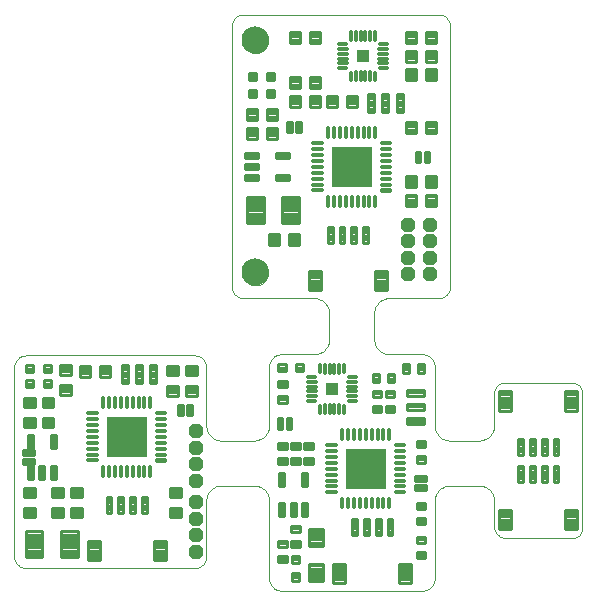
<source format=gts>
G75*
%MOIN*%
%OFA0B0*%
%FSLAX24Y24*%
%IPPOS*%
%LPD*%
%AMOC8*
5,1,8,0,0,1.08239X$1,22.5*
%
%ADD10C,0.0000*%
%ADD11R,0.1375X0.1375*%
%ADD12C,0.0906*%
%ADD13C,0.0116*%
%ADD14C,0.0108*%
%ADD15C,0.0107*%
%ADD16C,0.0114*%
%ADD17C,0.0108*%
%ADD18C,0.0118*%
%ADD19C,0.0120*%
%ADD20C,0.0138*%
%ADD21C,0.0138*%
%ADD22C,0.0114*%
%ADD23OC8,0.0480*%
%ADD24C,0.0106*%
%ADD25C,0.0123*%
%ADD26C,0.0119*%
%ADD27R,0.0394X0.0394*%
D10*
X000794Y001150D02*
X006412Y001150D01*
X006451Y001152D01*
X006489Y001158D01*
X006526Y001167D01*
X006563Y001180D01*
X006598Y001197D01*
X006631Y001216D01*
X006662Y001239D01*
X006691Y001265D01*
X006717Y001294D01*
X006740Y001325D01*
X006759Y001358D01*
X006776Y001393D01*
X006789Y001430D01*
X006798Y001467D01*
X006804Y001505D01*
X006806Y001544D01*
X006806Y003400D01*
X006808Y003444D01*
X006814Y003487D01*
X006823Y003530D01*
X006836Y003571D01*
X006853Y003612D01*
X006873Y003650D01*
X006897Y003687D01*
X006923Y003722D01*
X006953Y003754D01*
X006985Y003783D01*
X007020Y003810D01*
X007056Y003833D01*
X007095Y003853D01*
X007135Y003870D01*
X007177Y003883D01*
X007220Y003892D01*
X007263Y003898D01*
X007306Y003900D01*
X008369Y003900D01*
X008368Y003900D02*
X008411Y003899D01*
X008453Y003895D01*
X008495Y003888D01*
X008537Y003877D01*
X008577Y003863D01*
X008616Y003845D01*
X008653Y003824D01*
X008688Y003801D01*
X008722Y003774D01*
X008753Y003745D01*
X008781Y003713D01*
X008807Y003679D01*
X008830Y003643D01*
X008850Y003605D01*
X008867Y003566D01*
X008880Y003526D01*
X008890Y003484D01*
X008897Y003442D01*
X008900Y003400D01*
X008900Y000794D01*
X008902Y000755D01*
X008908Y000717D01*
X008917Y000680D01*
X008930Y000643D01*
X008947Y000608D01*
X008966Y000575D01*
X008989Y000544D01*
X009015Y000515D01*
X009044Y000489D01*
X009075Y000466D01*
X009108Y000447D01*
X009143Y000430D01*
X009180Y000417D01*
X009217Y000408D01*
X009255Y000402D01*
X009294Y000400D01*
X014018Y000400D01*
X014057Y000402D01*
X014095Y000408D01*
X014132Y000417D01*
X014169Y000430D01*
X014204Y000447D01*
X014237Y000466D01*
X014268Y000489D01*
X014297Y000515D01*
X014323Y000544D01*
X014346Y000575D01*
X014365Y000608D01*
X014382Y000643D01*
X014395Y000680D01*
X014404Y000717D01*
X014410Y000755D01*
X014412Y000794D01*
X014412Y003400D01*
X014415Y003444D01*
X014422Y003488D01*
X014432Y003531D01*
X014446Y003574D01*
X014464Y003614D01*
X014485Y003653D01*
X014510Y003690D01*
X014538Y003725D01*
X014568Y003757D01*
X014602Y003787D01*
X014637Y003813D01*
X014675Y003836D01*
X014715Y003856D01*
X014757Y003872D01*
X014799Y003885D01*
X014843Y003894D01*
X014887Y003899D01*
X014932Y003900D01*
X014931Y003900D02*
X015869Y003900D01*
X015868Y003900D02*
X015911Y003899D01*
X015953Y003895D01*
X015995Y003888D01*
X016037Y003877D01*
X016077Y003863D01*
X016116Y003845D01*
X016153Y003824D01*
X016188Y003801D01*
X016222Y003774D01*
X016253Y003745D01*
X016281Y003713D01*
X016307Y003679D01*
X016330Y003643D01*
X016350Y003605D01*
X016367Y003566D01*
X016380Y003526D01*
X016390Y003484D01*
X016397Y003442D01*
X016400Y003400D01*
X016400Y002544D01*
X016402Y002505D01*
X016408Y002467D01*
X016417Y002430D01*
X016430Y002393D01*
X016447Y002358D01*
X016466Y002325D01*
X016489Y002294D01*
X016515Y002265D01*
X016544Y002239D01*
X016575Y002216D01*
X016608Y002197D01*
X016643Y002180D01*
X016680Y002167D01*
X016717Y002158D01*
X016755Y002152D01*
X016794Y002150D01*
X019006Y002150D01*
X019018Y002150D01*
X019006Y002150D02*
X019041Y002152D01*
X019075Y002157D01*
X019108Y002166D01*
X019141Y002179D01*
X019172Y002194D01*
X019201Y002213D01*
X019227Y002235D01*
X019252Y002260D01*
X019274Y002286D01*
X019293Y002315D01*
X019308Y002346D01*
X019321Y002379D01*
X019330Y002412D01*
X019335Y002446D01*
X019337Y002481D01*
X019337Y006999D01*
X019335Y007034D01*
X019330Y007068D01*
X019321Y007101D01*
X019308Y007134D01*
X019293Y007165D01*
X019274Y007194D01*
X019252Y007220D01*
X019227Y007245D01*
X019201Y007267D01*
X019172Y007286D01*
X019141Y007301D01*
X019108Y007314D01*
X019075Y007323D01*
X019041Y007328D01*
X019006Y007330D01*
X016731Y007330D01*
X016696Y007328D01*
X016662Y007323D01*
X016629Y007314D01*
X016596Y007301D01*
X016566Y007286D01*
X016536Y007267D01*
X016510Y007245D01*
X016485Y007220D01*
X016463Y007194D01*
X016444Y007165D01*
X016429Y007134D01*
X016416Y007101D01*
X016407Y007068D01*
X016402Y007034D01*
X016400Y006999D01*
X016400Y005900D01*
X016397Y005858D01*
X016390Y005816D01*
X016380Y005774D01*
X016367Y005734D01*
X016350Y005695D01*
X016330Y005657D01*
X016307Y005621D01*
X016281Y005587D01*
X016253Y005555D01*
X016222Y005526D01*
X016188Y005499D01*
X016153Y005476D01*
X016116Y005455D01*
X016077Y005437D01*
X016037Y005423D01*
X015995Y005412D01*
X015953Y005405D01*
X015911Y005401D01*
X015868Y005400D01*
X015869Y005400D02*
X014931Y005400D01*
X014932Y005400D02*
X014887Y005401D01*
X014843Y005406D01*
X014799Y005415D01*
X014757Y005428D01*
X014715Y005444D01*
X014675Y005464D01*
X014637Y005487D01*
X014602Y005513D01*
X014568Y005543D01*
X014538Y005575D01*
X014510Y005610D01*
X014485Y005647D01*
X014464Y005686D01*
X014446Y005726D01*
X014432Y005769D01*
X014422Y005812D01*
X014415Y005856D01*
X014412Y005900D01*
X014412Y007880D01*
X014410Y007919D01*
X014404Y007957D01*
X014395Y007994D01*
X014382Y008031D01*
X014365Y008066D01*
X014346Y008099D01*
X014323Y008130D01*
X014297Y008159D01*
X014268Y008185D01*
X014237Y008208D01*
X014204Y008227D01*
X014169Y008244D01*
X014132Y008257D01*
X014095Y008266D01*
X014057Y008272D01*
X014018Y008274D01*
X012900Y008274D01*
X012857Y008277D01*
X012815Y008284D01*
X012774Y008294D01*
X012733Y008307D01*
X012694Y008324D01*
X012656Y008344D01*
X012620Y008367D01*
X012587Y008393D01*
X012555Y008421D01*
X012526Y008453D01*
X012499Y008486D01*
X012475Y008521D01*
X012455Y008559D01*
X012437Y008598D01*
X012423Y008638D01*
X012412Y008679D01*
X012405Y008721D01*
X012401Y008763D01*
X012400Y008806D01*
X012400Y009619D01*
X012400Y009618D02*
X012401Y009663D01*
X012405Y009708D01*
X012414Y009752D01*
X012426Y009796D01*
X012442Y009838D01*
X012462Y009878D01*
X012485Y009917D01*
X012511Y009954D01*
X012540Y009988D01*
X012573Y010019D01*
X012607Y010048D01*
X012645Y010073D01*
X012684Y010095D01*
X012725Y010113D01*
X012767Y010128D01*
X012811Y010139D01*
X012855Y010146D01*
X012900Y010150D01*
X014537Y010150D01*
X014576Y010152D01*
X014614Y010158D01*
X014651Y010167D01*
X014688Y010180D01*
X014723Y010197D01*
X014756Y010216D01*
X014787Y010239D01*
X014816Y010265D01*
X014842Y010294D01*
X014865Y010325D01*
X014884Y010358D01*
X014901Y010393D01*
X014914Y010430D01*
X014923Y010467D01*
X014929Y010505D01*
X014931Y010544D01*
X014931Y019218D01*
X014930Y019218D02*
X014927Y019256D01*
X014921Y019294D01*
X014911Y019330D01*
X014898Y019366D01*
X014881Y019400D01*
X014861Y019432D01*
X014838Y019462D01*
X014812Y019490D01*
X014784Y019515D01*
X014753Y019537D01*
X014720Y019556D01*
X014685Y019572D01*
X014649Y019584D01*
X014612Y019593D01*
X014575Y019598D01*
X014537Y019599D01*
X008044Y019599D01*
X008043Y019599D02*
X008005Y019598D01*
X007968Y019593D01*
X007931Y019584D01*
X007895Y019572D01*
X007860Y019556D01*
X007827Y019537D01*
X007796Y019515D01*
X007768Y019490D01*
X007742Y019462D01*
X007719Y019432D01*
X007699Y019400D01*
X007682Y019366D01*
X007669Y019330D01*
X007659Y019294D01*
X007653Y019256D01*
X007650Y019218D01*
X007650Y010544D01*
X007652Y010505D01*
X007658Y010467D01*
X007667Y010430D01*
X007680Y010393D01*
X007697Y010358D01*
X007716Y010325D01*
X007739Y010294D01*
X007765Y010265D01*
X007794Y010239D01*
X007825Y010216D01*
X007858Y010197D01*
X007893Y010180D01*
X007930Y010167D01*
X007967Y010158D01*
X008005Y010152D01*
X008044Y010150D01*
X010400Y010150D01*
X010442Y010147D01*
X010484Y010140D01*
X010526Y010130D01*
X010566Y010117D01*
X010605Y010100D01*
X010643Y010080D01*
X010679Y010057D01*
X010713Y010031D01*
X010745Y010003D01*
X010774Y009972D01*
X010801Y009938D01*
X010824Y009903D01*
X010845Y009866D01*
X010863Y009827D01*
X010877Y009787D01*
X010888Y009745D01*
X010895Y009703D01*
X010899Y009661D01*
X010900Y009618D01*
X010900Y009619D02*
X010900Y008806D01*
X010899Y008763D01*
X010895Y008721D01*
X010888Y008679D01*
X010877Y008638D01*
X010863Y008598D01*
X010845Y008559D01*
X010825Y008521D01*
X010801Y008486D01*
X010774Y008453D01*
X010745Y008421D01*
X010713Y008393D01*
X010680Y008367D01*
X010644Y008344D01*
X010606Y008324D01*
X010567Y008307D01*
X010526Y008294D01*
X010485Y008284D01*
X010443Y008277D01*
X010400Y008274D01*
X009294Y008274D01*
X009255Y008272D01*
X009217Y008266D01*
X009180Y008257D01*
X009143Y008244D01*
X009108Y008227D01*
X009075Y008208D01*
X009044Y008185D01*
X009015Y008159D01*
X008989Y008130D01*
X008966Y008099D01*
X008947Y008066D01*
X008930Y008031D01*
X008917Y007994D01*
X008908Y007957D01*
X008902Y007919D01*
X008900Y007880D01*
X008900Y005900D01*
X008897Y005858D01*
X008890Y005816D01*
X008880Y005774D01*
X008867Y005734D01*
X008850Y005695D01*
X008830Y005657D01*
X008807Y005621D01*
X008781Y005587D01*
X008753Y005555D01*
X008722Y005526D01*
X008688Y005499D01*
X008653Y005476D01*
X008616Y005455D01*
X008577Y005437D01*
X008537Y005423D01*
X008495Y005412D01*
X008453Y005405D01*
X008411Y005401D01*
X008368Y005400D01*
X008369Y005400D02*
X007306Y005400D01*
X007263Y005402D01*
X007220Y005408D01*
X007177Y005417D01*
X007135Y005430D01*
X007095Y005447D01*
X007056Y005467D01*
X007020Y005490D01*
X006985Y005517D01*
X006953Y005546D01*
X006923Y005578D01*
X006897Y005613D01*
X006873Y005650D01*
X006853Y005688D01*
X006836Y005729D01*
X006823Y005770D01*
X006814Y005813D01*
X006808Y005856D01*
X006806Y005900D01*
X006806Y007843D01*
X006804Y007882D01*
X006798Y007920D01*
X006789Y007957D01*
X006776Y007994D01*
X006759Y008029D01*
X006740Y008062D01*
X006717Y008093D01*
X006691Y008122D01*
X006662Y008148D01*
X006631Y008171D01*
X006598Y008190D01*
X006563Y008207D01*
X006526Y008220D01*
X006489Y008229D01*
X006451Y008235D01*
X006412Y008237D01*
X000794Y008237D01*
X000755Y008235D01*
X000717Y008229D01*
X000680Y008220D01*
X000643Y008207D01*
X000608Y008190D01*
X000575Y008171D01*
X000544Y008148D01*
X000515Y008122D01*
X000489Y008093D01*
X000466Y008062D01*
X000447Y008029D01*
X000430Y007994D01*
X000417Y007957D01*
X000408Y007920D01*
X000402Y007882D01*
X000400Y007843D01*
X000400Y001544D01*
X000402Y001505D01*
X000408Y001467D01*
X000417Y001430D01*
X000430Y001393D01*
X000447Y001358D01*
X000466Y001325D01*
X000489Y001294D01*
X000515Y001265D01*
X000544Y001239D01*
X000575Y001216D01*
X000608Y001197D01*
X000643Y001180D01*
X000680Y001167D01*
X000717Y001158D01*
X000755Y001152D01*
X000794Y001150D01*
X008900Y007880D02*
X008900Y007900D01*
X008004Y011006D02*
X008006Y011047D01*
X008012Y011088D01*
X008022Y011128D01*
X008035Y011167D01*
X008052Y011204D01*
X008073Y011240D01*
X008097Y011274D01*
X008124Y011305D01*
X008153Y011333D01*
X008186Y011359D01*
X008220Y011381D01*
X008257Y011400D01*
X008295Y011415D01*
X008335Y011427D01*
X008375Y011435D01*
X008416Y011439D01*
X008458Y011439D01*
X008499Y011435D01*
X008539Y011427D01*
X008579Y011415D01*
X008617Y011400D01*
X008653Y011381D01*
X008688Y011359D01*
X008721Y011333D01*
X008750Y011305D01*
X008777Y011274D01*
X008801Y011240D01*
X008822Y011204D01*
X008839Y011167D01*
X008852Y011128D01*
X008862Y011088D01*
X008868Y011047D01*
X008870Y011006D01*
X008868Y010965D01*
X008862Y010924D01*
X008852Y010884D01*
X008839Y010845D01*
X008822Y010808D01*
X008801Y010772D01*
X008777Y010738D01*
X008750Y010707D01*
X008721Y010679D01*
X008688Y010653D01*
X008654Y010631D01*
X008617Y010612D01*
X008579Y010597D01*
X008539Y010585D01*
X008499Y010577D01*
X008458Y010573D01*
X008416Y010573D01*
X008375Y010577D01*
X008335Y010585D01*
X008295Y010597D01*
X008257Y010612D01*
X008221Y010631D01*
X008186Y010653D01*
X008153Y010679D01*
X008124Y010707D01*
X008097Y010738D01*
X008073Y010772D01*
X008052Y010808D01*
X008035Y010845D01*
X008022Y010884D01*
X008012Y010924D01*
X008006Y010965D01*
X008004Y011006D01*
X008004Y018755D02*
X008006Y018796D01*
X008012Y018837D01*
X008022Y018877D01*
X008035Y018916D01*
X008052Y018953D01*
X008073Y018989D01*
X008097Y019023D01*
X008124Y019054D01*
X008153Y019082D01*
X008186Y019108D01*
X008220Y019130D01*
X008257Y019149D01*
X008295Y019164D01*
X008335Y019176D01*
X008375Y019184D01*
X008416Y019188D01*
X008458Y019188D01*
X008499Y019184D01*
X008539Y019176D01*
X008579Y019164D01*
X008617Y019149D01*
X008653Y019130D01*
X008688Y019108D01*
X008721Y019082D01*
X008750Y019054D01*
X008777Y019023D01*
X008801Y018989D01*
X008822Y018953D01*
X008839Y018916D01*
X008852Y018877D01*
X008862Y018837D01*
X008868Y018796D01*
X008870Y018755D01*
X008868Y018714D01*
X008862Y018673D01*
X008852Y018633D01*
X008839Y018594D01*
X008822Y018557D01*
X008801Y018521D01*
X008777Y018487D01*
X008750Y018456D01*
X008721Y018428D01*
X008688Y018402D01*
X008654Y018380D01*
X008617Y018361D01*
X008579Y018346D01*
X008539Y018334D01*
X008499Y018326D01*
X008458Y018322D01*
X008416Y018322D01*
X008375Y018326D01*
X008335Y018334D01*
X008295Y018346D01*
X008257Y018361D01*
X008221Y018380D01*
X008186Y018402D01*
X008153Y018428D01*
X008124Y018456D01*
X008097Y018487D01*
X008073Y018521D01*
X008052Y018557D01*
X008035Y018594D01*
X008022Y018633D01*
X008012Y018673D01*
X008006Y018714D01*
X008004Y018755D01*
D11*
X011650Y014525D03*
X004150Y005525D03*
X012119Y004463D03*
D12*
X008437Y011006D03*
X008437Y018755D03*
D13*
X010854Y011992D02*
X011014Y011992D01*
X010854Y011992D02*
X010854Y012526D01*
X011014Y012526D01*
X011014Y011992D01*
X011014Y012107D02*
X010854Y012107D01*
X010854Y012222D02*
X011014Y012222D01*
X011014Y012337D02*
X010854Y012337D01*
X010854Y012452D02*
X011014Y012452D01*
X011248Y011992D02*
X011408Y011992D01*
X011248Y011992D02*
X011248Y012526D01*
X011408Y012526D01*
X011408Y011992D01*
X011408Y012107D02*
X011248Y012107D01*
X011248Y012222D02*
X011408Y012222D01*
X011408Y012337D02*
X011248Y012337D01*
X011248Y012452D02*
X011408Y012452D01*
X011642Y011992D02*
X011802Y011992D01*
X011642Y011992D02*
X011642Y012526D01*
X011802Y012526D01*
X011802Y011992D01*
X011802Y012107D02*
X011642Y012107D01*
X011642Y012222D02*
X011802Y012222D01*
X011802Y012337D02*
X011642Y012337D01*
X011642Y012452D02*
X011802Y012452D01*
X012036Y011992D02*
X012196Y011992D01*
X012036Y011992D02*
X012036Y012526D01*
X012196Y012526D01*
X012196Y011992D01*
X012196Y012107D02*
X012036Y012107D01*
X012036Y012222D02*
X012196Y012222D01*
X012196Y012337D02*
X012036Y012337D01*
X012036Y012452D02*
X012196Y012452D01*
X017198Y005464D02*
X017358Y005464D01*
X017358Y004930D01*
X017198Y004930D01*
X017198Y005464D01*
X017198Y005045D02*
X017358Y005045D01*
X017358Y005160D02*
X017198Y005160D01*
X017198Y005275D02*
X017358Y005275D01*
X017358Y005390D02*
X017198Y005390D01*
X017592Y005464D02*
X017752Y005464D01*
X017752Y004930D01*
X017592Y004930D01*
X017592Y005464D01*
X017592Y005045D02*
X017752Y005045D01*
X017752Y005160D02*
X017592Y005160D01*
X017592Y005275D02*
X017752Y005275D01*
X017752Y005390D02*
X017592Y005390D01*
X017986Y005464D02*
X018146Y005464D01*
X018146Y004930D01*
X017986Y004930D01*
X017986Y005464D01*
X017986Y005045D02*
X018146Y005045D01*
X018146Y005160D02*
X017986Y005160D01*
X017986Y005275D02*
X018146Y005275D01*
X018146Y005390D02*
X017986Y005390D01*
X018379Y005464D02*
X018539Y005464D01*
X018539Y004930D01*
X018379Y004930D01*
X018379Y005464D01*
X018379Y005045D02*
X018539Y005045D01*
X018539Y005160D02*
X018379Y005160D01*
X018379Y005275D02*
X018539Y005275D01*
X018539Y005390D02*
X018379Y005390D01*
X018379Y004023D02*
X018539Y004023D01*
X018379Y004023D02*
X018379Y004557D01*
X018539Y004557D01*
X018539Y004023D01*
X018539Y004138D02*
X018379Y004138D01*
X018379Y004253D02*
X018539Y004253D01*
X018539Y004368D02*
X018379Y004368D01*
X018379Y004483D02*
X018539Y004483D01*
X018146Y004023D02*
X017986Y004023D01*
X017986Y004557D01*
X018146Y004557D01*
X018146Y004023D01*
X018146Y004138D02*
X017986Y004138D01*
X017986Y004253D02*
X018146Y004253D01*
X018146Y004368D02*
X017986Y004368D01*
X017986Y004483D02*
X018146Y004483D01*
X017752Y004023D02*
X017592Y004023D01*
X017592Y004557D01*
X017752Y004557D01*
X017752Y004023D01*
X017752Y004138D02*
X017592Y004138D01*
X017592Y004253D02*
X017752Y004253D01*
X017752Y004368D02*
X017592Y004368D01*
X017592Y004483D02*
X017752Y004483D01*
X017358Y004023D02*
X017198Y004023D01*
X017198Y004557D01*
X017358Y004557D01*
X017358Y004023D01*
X017358Y004138D02*
X017198Y004138D01*
X017198Y004253D02*
X017358Y004253D01*
X017358Y004368D02*
X017198Y004368D01*
X017198Y004483D02*
X017358Y004483D01*
X013008Y002242D02*
X012848Y002242D01*
X012848Y002776D01*
X013008Y002776D01*
X013008Y002242D01*
X013008Y002357D02*
X012848Y002357D01*
X012848Y002472D02*
X013008Y002472D01*
X013008Y002587D02*
X012848Y002587D01*
X012848Y002702D02*
X013008Y002702D01*
X012614Y002242D02*
X012454Y002242D01*
X012454Y002776D01*
X012614Y002776D01*
X012614Y002242D01*
X012614Y002357D02*
X012454Y002357D01*
X012454Y002472D02*
X012614Y002472D01*
X012614Y002587D02*
X012454Y002587D01*
X012454Y002702D02*
X012614Y002702D01*
X012221Y002242D02*
X012061Y002242D01*
X012061Y002776D01*
X012221Y002776D01*
X012221Y002242D01*
X012221Y002357D02*
X012061Y002357D01*
X012061Y002472D02*
X012221Y002472D01*
X012221Y002587D02*
X012061Y002587D01*
X012061Y002702D02*
X012221Y002702D01*
X011827Y002242D02*
X011667Y002242D01*
X011667Y002776D01*
X011827Y002776D01*
X011827Y002242D01*
X011827Y002357D02*
X011667Y002357D01*
X011667Y002472D02*
X011827Y002472D01*
X011827Y002587D02*
X011667Y002587D01*
X011667Y002702D02*
X011827Y002702D01*
X004821Y002992D02*
X004661Y002992D01*
X004661Y003526D01*
X004821Y003526D01*
X004821Y002992D01*
X004821Y003107D02*
X004661Y003107D01*
X004661Y003222D02*
X004821Y003222D01*
X004821Y003337D02*
X004661Y003337D01*
X004661Y003452D02*
X004821Y003452D01*
X004427Y002992D02*
X004267Y002992D01*
X004267Y003526D01*
X004427Y003526D01*
X004427Y002992D01*
X004427Y003107D02*
X004267Y003107D01*
X004267Y003222D02*
X004427Y003222D01*
X004427Y003337D02*
X004267Y003337D01*
X004267Y003452D02*
X004427Y003452D01*
X004033Y002992D02*
X003873Y002992D01*
X003873Y003526D01*
X004033Y003526D01*
X004033Y002992D01*
X004033Y003107D02*
X003873Y003107D01*
X003873Y003222D02*
X004033Y003222D01*
X004033Y003337D02*
X003873Y003337D01*
X003873Y003452D02*
X004033Y003452D01*
X003639Y002992D02*
X003479Y002992D01*
X003479Y003526D01*
X003639Y003526D01*
X003639Y002992D01*
X003639Y003107D02*
X003479Y003107D01*
X003479Y003222D02*
X003639Y003222D01*
X003639Y003337D02*
X003479Y003337D01*
X003479Y003452D02*
X003639Y003452D01*
D14*
X003250Y001413D02*
X002846Y001413D01*
X002846Y002053D01*
X003250Y002053D01*
X003250Y001413D01*
X003250Y001520D02*
X002846Y001520D01*
X002846Y001627D02*
X003250Y001627D01*
X003250Y001734D02*
X002846Y001734D01*
X002846Y001841D02*
X003250Y001841D01*
X003250Y001948D02*
X002846Y001948D01*
X005050Y001413D02*
X005454Y001413D01*
X005050Y001413D02*
X005050Y002053D01*
X005454Y002053D01*
X005454Y001413D01*
X005454Y001520D02*
X005050Y001520D01*
X005050Y001627D02*
X005454Y001627D01*
X005454Y001734D02*
X005050Y001734D01*
X005050Y001841D02*
X005454Y001841D01*
X005454Y001948D02*
X005050Y001948D01*
X011033Y000663D02*
X011437Y000663D01*
X011033Y000663D02*
X011033Y001303D01*
X011437Y001303D01*
X011437Y000663D01*
X011437Y000770D02*
X011033Y000770D01*
X011033Y000877D02*
X011437Y000877D01*
X011437Y000984D02*
X011033Y000984D01*
X011033Y001091D02*
X011437Y001091D01*
X011437Y001198D02*
X011033Y001198D01*
X013238Y000663D02*
X013642Y000663D01*
X013238Y000663D02*
X013238Y001303D01*
X013642Y001303D01*
X013642Y000663D01*
X013642Y000770D02*
X013238Y000770D01*
X013238Y000877D02*
X013642Y000877D01*
X013642Y000984D02*
X013238Y000984D01*
X013238Y001091D02*
X013642Y001091D01*
X013642Y001198D02*
X013238Y001198D01*
X016564Y002444D02*
X016968Y002444D01*
X016564Y002444D02*
X016564Y003084D01*
X016968Y003084D01*
X016968Y002444D01*
X016968Y002551D02*
X016564Y002551D01*
X016564Y002658D02*
X016968Y002658D01*
X016968Y002765D02*
X016564Y002765D01*
X016564Y002872D02*
X016968Y002872D01*
X016968Y002979D02*
X016564Y002979D01*
X018769Y002444D02*
X019173Y002444D01*
X018769Y002444D02*
X018769Y003084D01*
X019173Y003084D01*
X019173Y002444D01*
X019173Y002551D02*
X018769Y002551D01*
X018769Y002658D02*
X019173Y002658D01*
X019173Y002765D02*
X018769Y002765D01*
X018769Y002872D02*
X019173Y002872D01*
X019173Y002979D02*
X018769Y002979D01*
X018769Y007043D02*
X019173Y007043D01*
X019173Y006403D01*
X018769Y006403D01*
X018769Y007043D01*
X018769Y006510D02*
X019173Y006510D01*
X019173Y006617D02*
X018769Y006617D01*
X018769Y006724D02*
X019173Y006724D01*
X019173Y006831D02*
X018769Y006831D01*
X018769Y006938D02*
X019173Y006938D01*
X016968Y007043D02*
X016564Y007043D01*
X016968Y007043D02*
X016968Y006403D01*
X016564Y006403D01*
X016564Y007043D01*
X016564Y006510D02*
X016968Y006510D01*
X016968Y006617D02*
X016564Y006617D01*
X016564Y006724D02*
X016968Y006724D01*
X016968Y006831D02*
X016564Y006831D01*
X016564Y006938D02*
X016968Y006938D01*
X012829Y010413D02*
X012425Y010413D01*
X012425Y011053D01*
X012829Y011053D01*
X012829Y010413D01*
X012829Y010520D02*
X012425Y010520D01*
X012425Y010627D02*
X012829Y010627D01*
X012829Y010734D02*
X012425Y010734D01*
X012425Y010841D02*
X012829Y010841D01*
X012829Y010948D02*
X012425Y010948D01*
X010625Y010413D02*
X010221Y010413D01*
X010221Y011053D01*
X010625Y011053D01*
X010625Y010413D01*
X010625Y010520D02*
X010221Y010520D01*
X010221Y010627D02*
X010625Y010627D01*
X010625Y010734D02*
X010221Y010734D01*
X010221Y010841D02*
X010625Y010841D01*
X010625Y010948D02*
X010221Y010948D01*
D15*
X009898Y013527D02*
X009334Y013527D01*
X009898Y013527D02*
X009898Y012649D01*
X009334Y012649D01*
X009334Y013527D01*
X009334Y012755D02*
X009898Y012755D01*
X009898Y012861D02*
X009334Y012861D01*
X009334Y012967D02*
X009898Y012967D01*
X009898Y013073D02*
X009334Y013073D01*
X009334Y013179D02*
X009898Y013179D01*
X009898Y013285D02*
X009334Y013285D01*
X009334Y013391D02*
X009898Y013391D01*
X009898Y013497D02*
X009334Y013497D01*
X008716Y012649D02*
X008152Y012649D01*
X008152Y013527D01*
X008716Y013527D01*
X008716Y012649D01*
X008716Y012755D02*
X008152Y012755D01*
X008152Y012861D02*
X008716Y012861D01*
X008716Y012967D02*
X008152Y012967D01*
X008152Y013073D02*
X008716Y013073D01*
X008716Y013179D02*
X008152Y013179D01*
X008152Y013285D02*
X008716Y013285D01*
X008716Y013391D02*
X008152Y013391D01*
X008152Y013497D02*
X008716Y013497D01*
X002523Y002402D02*
X001959Y002402D01*
X002523Y002402D02*
X002523Y001524D01*
X001959Y001524D01*
X001959Y002402D01*
X001959Y001630D02*
X002523Y001630D01*
X002523Y001736D02*
X001959Y001736D01*
X001959Y001842D02*
X002523Y001842D01*
X002523Y001948D02*
X001959Y001948D01*
X001959Y002054D02*
X002523Y002054D01*
X002523Y002160D02*
X001959Y002160D01*
X001959Y002266D02*
X002523Y002266D01*
X002523Y002372D02*
X001959Y002372D01*
X001341Y001524D02*
X000777Y001524D01*
X000777Y002402D01*
X001341Y002402D01*
X001341Y001524D01*
X001341Y001630D02*
X000777Y001630D01*
X000777Y001736D02*
X001341Y001736D01*
X001341Y001842D02*
X000777Y001842D01*
X000777Y001948D02*
X001341Y001948D01*
X001341Y002054D02*
X000777Y002054D01*
X000777Y002160D02*
X001341Y002160D01*
X001341Y002266D02*
X000777Y002266D01*
X000777Y002372D02*
X001341Y002372D01*
D16*
X001628Y007186D02*
X001628Y007426D01*
X001628Y007186D02*
X001388Y007186D01*
X001388Y007426D01*
X001628Y007426D01*
X001628Y007299D02*
X001388Y007299D01*
X001388Y007412D02*
X001628Y007412D01*
X001628Y007686D02*
X001628Y007926D01*
X001628Y007686D02*
X001388Y007686D01*
X001388Y007926D01*
X001628Y007926D01*
X001628Y007799D02*
X001388Y007799D01*
X001388Y007912D02*
X001628Y007912D01*
X001037Y007926D02*
X001037Y007686D01*
X000797Y007686D01*
X000797Y007926D01*
X001037Y007926D01*
X001037Y007799D02*
X000797Y007799D01*
X000797Y007912D02*
X001037Y007912D01*
X001037Y007426D02*
X001037Y007186D01*
X000797Y007186D01*
X000797Y007426D01*
X001037Y007426D01*
X001037Y007299D02*
X000797Y007299D01*
X000797Y007412D02*
X001037Y007412D01*
X009443Y007718D02*
X009443Y007958D01*
X009443Y007718D02*
X009203Y007718D01*
X009203Y007958D01*
X009443Y007958D01*
X009443Y007831D02*
X009203Y007831D01*
X009203Y007944D02*
X009443Y007944D01*
X010034Y007958D02*
X010034Y007718D01*
X009794Y007718D01*
X009794Y007958D01*
X010034Y007958D01*
X010034Y007831D02*
X009794Y007831D01*
X009794Y007944D02*
X010034Y007944D01*
X009895Y001565D02*
X009655Y001565D01*
X009895Y001565D02*
X009895Y001325D01*
X009655Y001325D01*
X009655Y001565D01*
X009655Y001438D02*
X009895Y001438D01*
X009895Y001551D02*
X009655Y001551D01*
X009655Y000975D02*
X009895Y000975D01*
X009895Y000735D01*
X009655Y000735D01*
X009655Y000975D01*
X009655Y000848D02*
X009895Y000848D01*
X009895Y000961D02*
X009655Y000961D01*
X008825Y016843D02*
X008825Y017083D01*
X009065Y017083D01*
X009065Y016843D01*
X008825Y016843D01*
X008825Y016956D02*
X009065Y016956D01*
X009065Y017069D02*
X008825Y017069D01*
X009065Y017405D02*
X009065Y017645D01*
X009065Y017405D02*
X008825Y017405D01*
X008825Y017645D01*
X009065Y017645D01*
X009065Y017518D02*
X008825Y017518D01*
X008825Y017631D02*
X009065Y017631D01*
X008475Y017645D02*
X008475Y017405D01*
X008235Y017405D01*
X008235Y017645D01*
X008475Y017645D01*
X008475Y017518D02*
X008235Y017518D01*
X008235Y017631D02*
X008475Y017631D01*
X008235Y017083D02*
X008235Y016843D01*
X008235Y017083D02*
X008475Y017083D01*
X008475Y016843D01*
X008235Y016843D01*
X008235Y016956D02*
X008475Y016956D01*
X008475Y017069D02*
X008235Y017069D01*
D17*
X008152Y016457D02*
X008478Y016457D01*
X008478Y016093D01*
X008152Y016093D01*
X008152Y016457D01*
X008152Y016200D02*
X008478Y016200D01*
X008478Y016307D02*
X008152Y016307D01*
X008152Y016414D02*
X008478Y016414D01*
X008822Y016457D02*
X009148Y016457D01*
X009148Y016093D01*
X008822Y016093D01*
X008822Y016457D01*
X008822Y016200D02*
X009148Y016200D01*
X009148Y016307D02*
X008822Y016307D01*
X008822Y016414D02*
X009148Y016414D01*
X009916Y016531D02*
X009916Y016895D01*
X009916Y016531D02*
X009590Y016531D01*
X009590Y016895D01*
X009916Y016895D01*
X009916Y016638D02*
X009590Y016638D01*
X009590Y016745D02*
X009916Y016745D01*
X009916Y016852D02*
X009590Y016852D01*
X009590Y017520D02*
X009916Y017520D01*
X009916Y017156D01*
X009590Y017156D01*
X009590Y017520D01*
X009590Y017263D02*
X009916Y017263D01*
X009916Y017370D02*
X009590Y017370D01*
X009590Y017477D02*
X009916Y017477D01*
X010259Y017520D02*
X010585Y017520D01*
X010585Y017156D01*
X010259Y017156D01*
X010259Y017520D01*
X010259Y017263D02*
X010585Y017263D01*
X010585Y017370D02*
X010259Y017370D01*
X010259Y017477D02*
X010585Y017477D01*
X010585Y016895D02*
X010585Y016531D01*
X010259Y016531D01*
X010259Y016895D01*
X010585Y016895D01*
X010585Y016638D02*
X010259Y016638D01*
X010259Y016745D02*
X010585Y016745D01*
X010585Y016852D02*
X010259Y016852D01*
X010840Y016895D02*
X010840Y016531D01*
X010840Y016895D02*
X011166Y016895D01*
X011166Y016531D01*
X010840Y016531D01*
X010840Y016638D02*
X011166Y016638D01*
X011166Y016745D02*
X010840Y016745D01*
X010840Y016852D02*
X011166Y016852D01*
X011509Y016895D02*
X011509Y016531D01*
X011509Y016895D02*
X011835Y016895D01*
X011835Y016531D01*
X011509Y016531D01*
X011509Y016638D02*
X011835Y016638D01*
X011835Y016745D02*
X011509Y016745D01*
X011509Y016852D02*
X011835Y016852D01*
X013791Y017406D02*
X013791Y017770D01*
X013791Y017406D02*
X013465Y017406D01*
X013465Y017770D01*
X013791Y017770D01*
X013791Y017513D02*
X013465Y017513D01*
X013465Y017620D02*
X013791Y017620D01*
X013791Y017727D02*
X013465Y017727D01*
X013791Y018031D02*
X013791Y018395D01*
X013791Y018031D02*
X013465Y018031D01*
X013465Y018395D01*
X013791Y018395D01*
X013791Y018138D02*
X013465Y018138D01*
X013465Y018245D02*
X013791Y018245D01*
X013791Y018352D02*
X013465Y018352D01*
X013791Y018656D02*
X013791Y019020D01*
X013791Y018656D02*
X013465Y018656D01*
X013465Y019020D01*
X013791Y019020D01*
X013791Y018763D02*
X013465Y018763D01*
X013465Y018870D02*
X013791Y018870D01*
X013791Y018977D02*
X013465Y018977D01*
X014460Y019020D02*
X014460Y018656D01*
X014134Y018656D01*
X014134Y019020D01*
X014460Y019020D01*
X014460Y018763D02*
X014134Y018763D01*
X014134Y018870D02*
X014460Y018870D01*
X014460Y018977D02*
X014134Y018977D01*
X014460Y018395D02*
X014460Y018031D01*
X014134Y018031D01*
X014134Y018395D01*
X014460Y018395D01*
X014460Y018138D02*
X014134Y018138D01*
X014134Y018245D02*
X014460Y018245D01*
X014460Y018352D02*
X014134Y018352D01*
X014460Y017770D02*
X014460Y017406D01*
X014134Y017406D01*
X014134Y017770D01*
X014460Y017770D01*
X014460Y017513D02*
X014134Y017513D01*
X014134Y017620D02*
X014460Y017620D01*
X014460Y017727D02*
X014134Y017727D01*
X014460Y016020D02*
X014460Y015656D01*
X014134Y015656D01*
X014134Y016020D01*
X014460Y016020D01*
X014460Y015763D02*
X014134Y015763D01*
X014134Y015870D02*
X014460Y015870D01*
X014460Y015977D02*
X014134Y015977D01*
X013791Y016020D02*
X013791Y015656D01*
X013465Y015656D01*
X013465Y016020D01*
X013791Y016020D01*
X013791Y015763D02*
X013465Y015763D01*
X013465Y015870D02*
X013791Y015870D01*
X013791Y015977D02*
X013465Y015977D01*
X013465Y014207D02*
X013791Y014207D01*
X013791Y013843D01*
X013465Y013843D01*
X013465Y014207D01*
X013465Y013950D02*
X013791Y013950D01*
X013791Y014057D02*
X013465Y014057D01*
X013465Y014164D02*
X013791Y014164D01*
X014134Y014207D02*
X014460Y014207D01*
X014460Y013843D01*
X014134Y013843D01*
X014134Y014207D01*
X014134Y013950D02*
X014460Y013950D01*
X014460Y014057D02*
X014134Y014057D01*
X014134Y014164D02*
X014460Y014164D01*
X014460Y013582D02*
X014460Y013218D01*
X014134Y013218D01*
X014134Y013582D01*
X014460Y013582D01*
X014460Y013325D02*
X014134Y013325D01*
X014134Y013432D02*
X014460Y013432D01*
X014460Y013539D02*
X014134Y013539D01*
X013791Y013582D02*
X013791Y013218D01*
X013465Y013218D01*
X013465Y013582D01*
X013791Y013582D01*
X013791Y013325D02*
X013465Y013325D01*
X013465Y013432D02*
X013791Y013432D01*
X013791Y013539D02*
X013465Y013539D01*
X009572Y012270D02*
X009572Y011906D01*
X009572Y012270D02*
X009898Y012270D01*
X009898Y011906D01*
X009572Y011906D01*
X009572Y012013D02*
X009898Y012013D01*
X009898Y012120D02*
X009572Y012120D01*
X009572Y012227D02*
X009898Y012227D01*
X008902Y012270D02*
X008902Y011906D01*
X008902Y012270D02*
X009228Y012270D01*
X009228Y011906D01*
X008902Y011906D01*
X008902Y012013D02*
X009228Y012013D01*
X009228Y012120D02*
X008902Y012120D01*
X008902Y012227D02*
X009228Y012227D01*
X008822Y015468D02*
X008822Y015832D01*
X009148Y015832D01*
X009148Y015468D01*
X008822Y015468D01*
X008822Y015575D02*
X009148Y015575D01*
X009148Y015682D02*
X008822Y015682D01*
X008822Y015789D02*
X009148Y015789D01*
X008152Y015832D02*
X008152Y015468D01*
X008152Y015832D02*
X008478Y015832D01*
X008478Y015468D01*
X008152Y015468D01*
X008152Y015575D02*
X008478Y015575D01*
X008478Y015682D02*
X008152Y015682D01*
X008152Y015789D02*
X008478Y015789D01*
X009590Y019020D02*
X009916Y019020D01*
X009916Y018656D01*
X009590Y018656D01*
X009590Y019020D01*
X009590Y018763D02*
X009916Y018763D01*
X009916Y018870D02*
X009590Y018870D01*
X009590Y018977D02*
X009916Y018977D01*
X010259Y019020D02*
X010585Y019020D01*
X010585Y018656D01*
X010259Y018656D01*
X010259Y019020D01*
X010259Y018763D02*
X010585Y018763D01*
X010585Y018870D02*
X010259Y018870D01*
X010259Y018977D02*
X010585Y018977D01*
X006124Y007898D02*
X006124Y007572D01*
X006124Y007898D02*
X006488Y007898D01*
X006488Y007572D01*
X006124Y007572D01*
X006124Y007679D02*
X006488Y007679D01*
X006488Y007786D02*
X006124Y007786D01*
X006124Y007893D02*
X006488Y007893D01*
X005863Y007898D02*
X005499Y007898D01*
X005863Y007898D02*
X005863Y007572D01*
X005499Y007572D01*
X005499Y007898D01*
X005499Y007679D02*
X005863Y007679D01*
X005863Y007786D02*
X005499Y007786D01*
X005499Y007893D02*
X005863Y007893D01*
X005863Y007228D02*
X005499Y007228D01*
X005863Y007228D02*
X005863Y006902D01*
X005499Y006902D01*
X005499Y007228D01*
X005499Y007009D02*
X005863Y007009D01*
X005863Y007116D02*
X005499Y007116D01*
X005499Y007223D02*
X005863Y007223D01*
X006124Y007228D02*
X006124Y006902D01*
X006124Y007228D02*
X006488Y007228D01*
X006488Y006902D01*
X006124Y006902D01*
X006124Y007009D02*
X006488Y007009D01*
X006488Y007116D02*
X006124Y007116D01*
X006124Y007223D02*
X006488Y007223D01*
X003259Y007531D02*
X003259Y007895D01*
X003585Y007895D01*
X003585Y007531D01*
X003259Y007531D01*
X003259Y007638D02*
X003585Y007638D01*
X003585Y007745D02*
X003259Y007745D01*
X003259Y007852D02*
X003585Y007852D01*
X002590Y007895D02*
X002590Y007531D01*
X002590Y007895D02*
X002916Y007895D01*
X002916Y007531D01*
X002590Y007531D01*
X002590Y007638D02*
X002916Y007638D01*
X002916Y007745D02*
X002590Y007745D01*
X002590Y007852D02*
X002916Y007852D01*
X002301Y007929D02*
X002301Y007603D01*
X001937Y007603D01*
X001937Y007929D01*
X002301Y007929D01*
X002301Y007710D02*
X001937Y007710D01*
X001937Y007817D02*
X002301Y007817D01*
X002301Y007924D02*
X001937Y007924D01*
X002301Y007260D02*
X002301Y006934D01*
X001937Y006934D01*
X001937Y007260D01*
X002301Y007260D01*
X002301Y007041D02*
X001937Y007041D01*
X001937Y007148D02*
X002301Y007148D01*
X002301Y007255D02*
X001937Y007255D01*
X001707Y006835D02*
X001343Y006835D01*
X001707Y006835D02*
X001707Y006509D01*
X001343Y006509D01*
X001343Y006835D01*
X001343Y006616D02*
X001707Y006616D01*
X001707Y006723D02*
X001343Y006723D01*
X001343Y006830D02*
X001707Y006830D01*
X001082Y006835D02*
X001082Y006509D01*
X000718Y006509D01*
X000718Y006835D01*
X001082Y006835D01*
X001082Y006616D02*
X000718Y006616D01*
X000718Y006723D02*
X001082Y006723D01*
X001082Y006830D02*
X000718Y006830D01*
X001082Y006166D02*
X001082Y005840D01*
X000718Y005840D01*
X000718Y006166D01*
X001082Y006166D01*
X001082Y005947D02*
X000718Y005947D01*
X000718Y006054D02*
X001082Y006054D01*
X001082Y006161D02*
X000718Y006161D01*
X001343Y006166D02*
X001707Y006166D01*
X001707Y005840D01*
X001343Y005840D01*
X001343Y006166D01*
X001343Y005947D02*
X001707Y005947D01*
X001707Y006054D02*
X001343Y006054D01*
X001343Y006161D02*
X001707Y006161D01*
X001656Y003509D02*
X002020Y003509D01*
X001656Y003509D02*
X001656Y003835D01*
X002020Y003835D01*
X002020Y003509D01*
X002020Y003616D02*
X001656Y003616D01*
X001656Y003723D02*
X002020Y003723D01*
X002020Y003830D02*
X001656Y003830D01*
X001082Y003509D02*
X000718Y003509D01*
X000718Y003835D01*
X001082Y003835D01*
X001082Y003509D01*
X001082Y003616D02*
X000718Y003616D01*
X000718Y003723D02*
X001082Y003723D01*
X001082Y003830D02*
X000718Y003830D01*
X000718Y002840D02*
X001082Y002840D01*
X000718Y002840D02*
X000718Y003166D01*
X001082Y003166D01*
X001082Y002840D01*
X001082Y002947D02*
X000718Y002947D01*
X000718Y003054D02*
X001082Y003054D01*
X001082Y003161D02*
X000718Y003161D01*
X001656Y002840D02*
X002020Y002840D01*
X001656Y002840D02*
X001656Y003166D01*
X002020Y003166D01*
X002020Y002840D01*
X002020Y002947D02*
X001656Y002947D01*
X001656Y003054D02*
X002020Y003054D01*
X002020Y003161D02*
X001656Y003161D01*
X002645Y003166D02*
X002645Y002840D01*
X002281Y002840D01*
X002281Y003166D01*
X002645Y003166D01*
X002645Y002947D02*
X002281Y002947D01*
X002281Y003054D02*
X002645Y003054D01*
X002645Y003161D02*
X002281Y003161D01*
X002645Y003509D02*
X002645Y003835D01*
X002645Y003509D02*
X002281Y003509D01*
X002281Y003835D01*
X002645Y003835D01*
X002645Y003616D02*
X002281Y003616D01*
X002281Y003723D02*
X002645Y003723D01*
X002645Y003830D02*
X002281Y003830D01*
X005593Y003509D02*
X005957Y003509D01*
X005593Y003509D02*
X005593Y003835D01*
X005957Y003835D01*
X005957Y003509D01*
X005957Y003616D02*
X005593Y003616D01*
X005593Y003723D02*
X005957Y003723D01*
X005957Y003830D02*
X005593Y003830D01*
X005593Y002840D02*
X005957Y002840D01*
X005593Y002840D02*
X005593Y003166D01*
X005957Y003166D01*
X005957Y002840D01*
X005957Y002947D02*
X005593Y002947D01*
X005593Y003054D02*
X005957Y003054D01*
X005957Y003161D02*
X005593Y003161D01*
D18*
X009269Y002879D02*
X009407Y002879D01*
X009269Y002879D02*
X009269Y003273D01*
X009407Y003273D01*
X009407Y002879D01*
X009407Y002996D02*
X009269Y002996D01*
X009269Y003113D02*
X009407Y003113D01*
X009407Y003230D02*
X009269Y003230D01*
X009644Y002879D02*
X009782Y002879D01*
X009644Y002879D02*
X009644Y003273D01*
X009782Y003273D01*
X009782Y002879D01*
X009782Y002996D02*
X009644Y002996D01*
X009644Y003113D02*
X009782Y003113D01*
X009782Y003230D02*
X009644Y003230D01*
X010018Y002879D02*
X010156Y002879D01*
X010018Y002879D02*
X010018Y003273D01*
X010156Y003273D01*
X010156Y002879D01*
X010156Y002996D02*
X010018Y002996D01*
X010018Y003113D02*
X010156Y003113D01*
X010156Y003230D02*
X010018Y003230D01*
X010018Y003902D02*
X010156Y003902D01*
X010018Y003902D02*
X010018Y004296D01*
X010156Y004296D01*
X010156Y003902D01*
X010156Y004019D02*
X010018Y004019D01*
X010018Y004136D02*
X010156Y004136D01*
X010156Y004253D02*
X010018Y004253D01*
X009407Y003902D02*
X009269Y003902D01*
X009269Y004296D01*
X009407Y004296D01*
X009407Y003902D01*
X009407Y004019D02*
X009269Y004019D01*
X009269Y004136D02*
X009407Y004136D01*
X009407Y004253D02*
X009269Y004253D01*
X001781Y004129D02*
X001643Y004129D01*
X001643Y004523D01*
X001781Y004523D01*
X001781Y004129D01*
X001781Y004246D02*
X001643Y004246D01*
X001643Y004363D02*
X001781Y004363D01*
X001781Y004480D02*
X001643Y004480D01*
X001407Y004129D02*
X001269Y004129D01*
X001269Y004523D01*
X001407Y004523D01*
X001407Y004129D01*
X001407Y004246D02*
X001269Y004246D01*
X001269Y004363D02*
X001407Y004363D01*
X001407Y004480D02*
X001269Y004480D01*
X001032Y004129D02*
X000894Y004129D01*
X000894Y004523D01*
X001032Y004523D01*
X001032Y004129D01*
X001032Y004246D02*
X000894Y004246D01*
X000894Y004363D02*
X001032Y004363D01*
X001032Y004480D02*
X000894Y004480D01*
X000894Y005152D02*
X001032Y005152D01*
X000894Y005152D02*
X000894Y005546D01*
X001032Y005546D01*
X001032Y005152D01*
X001032Y005269D02*
X000894Y005269D01*
X000894Y005386D02*
X001032Y005386D01*
X001032Y005503D02*
X000894Y005503D01*
X001643Y005152D02*
X001781Y005152D01*
X001643Y005152D02*
X001643Y005546D01*
X001781Y005546D01*
X001781Y005152D01*
X001781Y005269D02*
X001643Y005269D01*
X001643Y005386D02*
X001781Y005386D01*
X001781Y005503D02*
X001643Y005503D01*
X008129Y014082D02*
X008129Y014220D01*
X008523Y014220D01*
X008523Y014082D01*
X008129Y014082D01*
X008129Y014199D02*
X008523Y014199D01*
X008129Y014456D02*
X008129Y014594D01*
X008523Y014594D01*
X008523Y014456D01*
X008129Y014456D01*
X008129Y014573D02*
X008523Y014573D01*
X008129Y014830D02*
X008129Y014968D01*
X008523Y014968D01*
X008523Y014830D01*
X008129Y014830D01*
X008129Y014947D02*
X008523Y014947D01*
X009152Y014968D02*
X009152Y014830D01*
X009152Y014968D02*
X009546Y014968D01*
X009546Y014830D01*
X009152Y014830D01*
X009152Y014947D02*
X009546Y014947D01*
X009152Y014220D02*
X009152Y014082D01*
X009152Y014220D02*
X009546Y014220D01*
X009546Y014082D01*
X009152Y014082D01*
X009152Y014199D02*
X009546Y014199D01*
D19*
X009534Y015678D02*
X009654Y015678D01*
X009534Y015678D02*
X009534Y015998D01*
X009654Y015998D01*
X009654Y015678D01*
X009654Y015797D02*
X009534Y015797D01*
X009534Y015916D02*
X009654Y015916D01*
X009834Y015678D02*
X009954Y015678D01*
X009834Y015678D02*
X009834Y015998D01*
X009954Y015998D01*
X009954Y015678D01*
X009954Y015797D02*
X009834Y015797D01*
X009834Y015916D02*
X009954Y015916D01*
X013815Y014998D02*
X013935Y014998D01*
X013935Y014678D01*
X013815Y014678D01*
X013815Y014998D01*
X013815Y014797D02*
X013935Y014797D01*
X013935Y014916D02*
X013815Y014916D01*
X014115Y014998D02*
X014235Y014998D01*
X014235Y014678D01*
X014115Y014678D01*
X014115Y014998D01*
X014115Y014797D02*
X014235Y014797D01*
X014235Y014916D02*
X014115Y014916D01*
X006329Y006240D02*
X006209Y006240D01*
X006209Y006560D01*
X006329Y006560D01*
X006329Y006240D01*
X006329Y006359D02*
X006209Y006359D01*
X006209Y006478D02*
X006329Y006478D01*
X006029Y006240D02*
X005909Y006240D01*
X005909Y006560D01*
X006029Y006560D01*
X006029Y006240D01*
X006029Y006359D02*
X005909Y006359D01*
X005909Y006478D02*
X006029Y006478D01*
X009221Y005803D02*
X009341Y005803D01*
X009221Y005803D02*
X009221Y006123D01*
X009341Y006123D01*
X009341Y005803D01*
X009341Y005922D02*
X009221Y005922D01*
X009221Y006041D02*
X009341Y006041D01*
X009521Y005803D02*
X009641Y005803D01*
X009521Y005803D02*
X009521Y006123D01*
X009641Y006123D01*
X009641Y005803D01*
X009641Y005922D02*
X009521Y005922D01*
X009521Y006041D02*
X009641Y006041D01*
X014123Y004173D02*
X014123Y004053D01*
X013803Y004053D01*
X013803Y004173D01*
X014123Y004173D01*
X014123Y004172D02*
X013803Y004172D01*
X014123Y003873D02*
X014123Y003753D01*
X013803Y003753D01*
X013803Y003873D01*
X014123Y003873D01*
X014123Y003872D02*
X013803Y003872D01*
X001060Y004628D02*
X001060Y004748D01*
X001060Y004628D02*
X000740Y004628D01*
X000740Y004748D01*
X001060Y004748D01*
X001060Y004747D02*
X000740Y004747D01*
X001060Y004928D02*
X001060Y005048D01*
X001060Y004928D02*
X000740Y004928D01*
X000740Y005048D01*
X001060Y005048D01*
X001060Y005047D02*
X000740Y005047D01*
D20*
X002860Y005131D02*
X003156Y005131D01*
X003156Y004934D02*
X002860Y004934D01*
X002860Y004738D02*
X003156Y004738D01*
X003363Y004531D02*
X003363Y004235D01*
X003559Y004235D02*
X003559Y004531D01*
X003756Y004531D02*
X003756Y004235D01*
X003953Y004235D02*
X003953Y004531D01*
X004150Y004531D02*
X004150Y004235D01*
X004347Y004235D02*
X004347Y004531D01*
X004544Y004531D02*
X004544Y004235D01*
X004741Y004235D02*
X004741Y004531D01*
X004937Y004531D02*
X004937Y004235D01*
X005144Y004934D02*
X005440Y004934D01*
X005440Y005131D02*
X005144Y005131D01*
X005144Y005328D02*
X005440Y005328D01*
X005440Y005525D02*
X005144Y005525D01*
X005144Y005722D02*
X005440Y005722D01*
X005440Y005919D02*
X005144Y005919D01*
X005144Y006116D02*
X005440Y006116D01*
X005440Y006312D02*
X005144Y006312D01*
X004937Y006519D02*
X004937Y006815D01*
X004741Y006815D02*
X004741Y006519D01*
X004544Y006519D02*
X004544Y006815D01*
X004347Y006815D02*
X004347Y006519D01*
X004150Y006519D02*
X004150Y006815D01*
X003953Y006815D02*
X003953Y006519D01*
X003756Y006519D02*
X003756Y006815D01*
X003559Y006815D02*
X003559Y006519D01*
X003363Y006519D02*
X003363Y006815D01*
X003156Y006312D02*
X002860Y006312D01*
X002860Y006116D02*
X003156Y006116D01*
X003156Y005919D02*
X002860Y005919D01*
X002860Y005722D02*
X003156Y005722D01*
X003156Y005525D02*
X002860Y005525D01*
X002860Y005328D02*
X003156Y005328D01*
X010829Y005250D02*
X011125Y005250D01*
X011125Y005053D02*
X010829Y005053D01*
X010829Y004856D02*
X011125Y004856D01*
X011125Y004659D02*
X010829Y004659D01*
X010829Y004463D02*
X011125Y004463D01*
X011125Y004266D02*
X010829Y004266D01*
X010829Y004069D02*
X011125Y004069D01*
X011125Y003872D02*
X010829Y003872D01*
X010829Y003675D02*
X011125Y003675D01*
X011331Y003469D02*
X011331Y003173D01*
X011528Y003173D02*
X011528Y003469D01*
X011725Y003469D02*
X011725Y003173D01*
X011922Y003173D02*
X011922Y003469D01*
X012119Y003469D02*
X012119Y003173D01*
X012316Y003173D02*
X012316Y003469D01*
X012512Y003469D02*
X012512Y003173D01*
X012709Y003173D02*
X012709Y003469D01*
X012906Y003469D02*
X012906Y003173D01*
X013112Y003872D02*
X013408Y003872D01*
X013408Y004069D02*
X013112Y004069D01*
X013112Y004266D02*
X013408Y004266D01*
X013408Y004463D02*
X013112Y004463D01*
X013112Y004659D02*
X013408Y004659D01*
X013408Y004856D02*
X013112Y004856D01*
X013112Y005053D02*
X013408Y005053D01*
X013408Y005250D02*
X013112Y005250D01*
X012906Y005456D02*
X012906Y005752D01*
X012709Y005752D02*
X012709Y005456D01*
X012512Y005456D02*
X012512Y005752D01*
X012316Y005752D02*
X012316Y005456D01*
X012119Y005456D02*
X012119Y005752D01*
X011922Y005752D02*
X011922Y005456D01*
X011725Y005456D02*
X011725Y005752D01*
X011528Y005752D02*
X011528Y005456D01*
X011331Y005456D02*
X011331Y005752D01*
X011256Y013235D02*
X011256Y013531D01*
X011059Y013531D02*
X011059Y013235D01*
X010863Y013235D02*
X010863Y013531D01*
X010656Y013738D02*
X010360Y013738D01*
X010360Y013934D02*
X010656Y013934D01*
X010656Y014131D02*
X010360Y014131D01*
X010360Y014328D02*
X010656Y014328D01*
X010656Y014525D02*
X010360Y014525D01*
X010360Y014722D02*
X010656Y014722D01*
X010656Y014919D02*
X010360Y014919D01*
X010360Y015116D02*
X010656Y015116D01*
X010656Y015312D02*
X010360Y015312D01*
X010863Y015519D02*
X010863Y015815D01*
X011059Y015815D02*
X011059Y015519D01*
X011256Y015519D02*
X011256Y015815D01*
X011453Y015815D02*
X011453Y015519D01*
X011650Y015519D02*
X011650Y015815D01*
X011847Y015815D02*
X011847Y015519D01*
X012044Y015519D02*
X012044Y015815D01*
X012241Y015815D02*
X012241Y015519D01*
X012437Y015519D02*
X012437Y015815D01*
X012644Y015312D02*
X012940Y015312D01*
X012940Y015116D02*
X012644Y015116D01*
X012644Y014919D02*
X012940Y014919D01*
X012940Y014722D02*
X012644Y014722D01*
X012644Y014525D02*
X012940Y014525D01*
X012940Y014328D02*
X012644Y014328D01*
X012644Y014131D02*
X012940Y014131D01*
X012940Y013934D02*
X012644Y013934D01*
X012437Y013531D02*
X012437Y013235D01*
X012241Y013235D02*
X012241Y013531D01*
X012044Y013531D02*
X012044Y013235D01*
X011847Y013235D02*
X011847Y013531D01*
X011650Y013531D02*
X011650Y013235D01*
X011453Y013235D02*
X011453Y013531D01*
D21*
X012644Y013742D02*
X012940Y013742D01*
X012940Y013734D01*
X012644Y013734D01*
X012644Y013742D01*
X005440Y004742D02*
X005144Y004742D01*
X005440Y004742D02*
X005440Y004734D01*
X005144Y004734D01*
X005144Y004742D01*
X013112Y003679D02*
X013408Y003679D01*
X013408Y003671D01*
X013112Y003671D01*
X013112Y003679D01*
D22*
X013823Y003319D02*
X013823Y003117D01*
X013823Y003319D02*
X014103Y003319D01*
X014103Y003117D01*
X013823Y003117D01*
X013823Y003230D02*
X014103Y003230D01*
X013823Y002808D02*
X013823Y002606D01*
X013823Y002808D02*
X014103Y002808D01*
X014103Y002606D01*
X013823Y002606D01*
X013823Y002719D02*
X014103Y002719D01*
X014103Y002194D02*
X014103Y001992D01*
X013823Y001992D01*
X013823Y002194D01*
X014103Y002194D01*
X014103Y002105D02*
X013823Y002105D01*
X014103Y001683D02*
X014103Y001481D01*
X013823Y001481D01*
X013823Y001683D01*
X014103Y001683D01*
X014103Y001594D02*
X013823Y001594D01*
X013823Y004668D02*
X013823Y004870D01*
X014103Y004870D01*
X014103Y004668D01*
X013823Y004668D01*
X013823Y004781D02*
X014103Y004781D01*
X013823Y005180D02*
X013823Y005382D01*
X014103Y005382D01*
X014103Y005180D01*
X013823Y005180D01*
X013823Y005293D02*
X014103Y005293D01*
X014072Y005952D02*
X014072Y006154D01*
X014072Y005952D02*
X013478Y005952D01*
X013478Y006154D01*
X014072Y006154D01*
X014072Y006065D02*
X013478Y006065D01*
X014072Y006424D02*
X014072Y006626D01*
X014072Y006424D02*
X013478Y006424D01*
X013478Y006626D01*
X014072Y006626D01*
X014072Y006537D02*
X013478Y006537D01*
X014072Y006896D02*
X014072Y007098D01*
X014072Y006896D02*
X013478Y006896D01*
X013478Y007098D01*
X014072Y007098D01*
X014072Y007009D02*
X013478Y007009D01*
X013071Y007069D02*
X013071Y006867D01*
X012791Y006867D01*
X012791Y007069D01*
X013071Y007069D01*
X013071Y006980D02*
X012791Y006980D01*
X012354Y007069D02*
X012354Y006867D01*
X012354Y007069D02*
X012634Y007069D01*
X012634Y006867D01*
X012354Y006867D01*
X012354Y006980D02*
X012634Y006980D01*
X012354Y006558D02*
X012354Y006356D01*
X012354Y006558D02*
X012634Y006558D01*
X012634Y006356D01*
X012354Y006356D01*
X012354Y006469D02*
X012634Y006469D01*
X013071Y006558D02*
X013071Y006356D01*
X012791Y006356D01*
X012791Y006558D01*
X013071Y006558D01*
X013071Y006469D02*
X012791Y006469D01*
X012867Y007354D02*
X013069Y007354D01*
X012867Y007354D02*
X012867Y007634D01*
X013069Y007634D01*
X013069Y007354D01*
X013069Y007467D02*
X012867Y007467D01*
X012867Y007580D02*
X013069Y007580D01*
X013356Y007666D02*
X013558Y007666D01*
X013356Y007666D02*
X013356Y007946D01*
X013558Y007946D01*
X013558Y007666D01*
X013558Y007779D02*
X013356Y007779D01*
X013356Y007892D02*
X013558Y007892D01*
X013867Y007666D02*
X014069Y007666D01*
X013867Y007666D02*
X013867Y007946D01*
X014069Y007946D01*
X014069Y007666D01*
X014069Y007779D02*
X013867Y007779D01*
X013867Y007892D02*
X014069Y007892D01*
X012558Y007354D02*
X012356Y007354D01*
X012356Y007634D01*
X012558Y007634D01*
X012558Y007354D01*
X012558Y007467D02*
X012356Y007467D01*
X012356Y007580D02*
X012558Y007580D01*
X010073Y005319D02*
X010073Y005117D01*
X010073Y005319D02*
X010353Y005319D01*
X010353Y005117D01*
X010073Y005117D01*
X010073Y005230D02*
X010353Y005230D01*
X010073Y004808D02*
X010073Y004606D01*
X010073Y004808D02*
X010353Y004808D01*
X010353Y004606D01*
X010073Y004606D01*
X010073Y004719D02*
X010353Y004719D01*
X009915Y004808D02*
X009915Y004606D01*
X009635Y004606D01*
X009635Y004808D01*
X009915Y004808D01*
X009915Y004719D02*
X009635Y004719D01*
X009478Y004808D02*
X009478Y004606D01*
X009198Y004606D01*
X009198Y004808D01*
X009478Y004808D01*
X009478Y004719D02*
X009198Y004719D01*
X009478Y005117D02*
X009478Y005319D01*
X009478Y005117D02*
X009198Y005117D01*
X009198Y005319D01*
X009478Y005319D01*
X009478Y005230D02*
X009198Y005230D01*
X009915Y005319D02*
X009915Y005117D01*
X009635Y005117D01*
X009635Y005319D01*
X009915Y005319D01*
X009915Y005230D02*
X009635Y005230D01*
X009478Y006668D02*
X009478Y006870D01*
X009478Y006668D02*
X009198Y006668D01*
X009198Y006870D01*
X009478Y006870D01*
X009478Y006781D02*
X009198Y006781D01*
X009478Y007180D02*
X009478Y007382D01*
X009478Y007180D02*
X009198Y007180D01*
X009198Y007382D01*
X009478Y007382D01*
X009478Y007293D02*
X009198Y007293D01*
X005130Y007916D02*
X004928Y007916D01*
X005130Y007916D02*
X005130Y007322D01*
X004928Y007322D01*
X004928Y007916D01*
X004928Y007435D02*
X005130Y007435D01*
X005130Y007548D02*
X004928Y007548D01*
X004928Y007661D02*
X005130Y007661D01*
X005130Y007774D02*
X004928Y007774D01*
X004928Y007887D02*
X005130Y007887D01*
X004657Y007916D02*
X004455Y007916D01*
X004657Y007916D02*
X004657Y007322D01*
X004455Y007322D01*
X004455Y007916D01*
X004455Y007435D02*
X004657Y007435D01*
X004657Y007548D02*
X004455Y007548D01*
X004455Y007661D02*
X004657Y007661D01*
X004657Y007774D02*
X004455Y007774D01*
X004455Y007887D02*
X004657Y007887D01*
X004185Y007916D02*
X003983Y007916D01*
X004185Y007916D02*
X004185Y007322D01*
X003983Y007322D01*
X003983Y007916D01*
X003983Y007435D02*
X004185Y007435D01*
X004185Y007548D02*
X003983Y007548D01*
X003983Y007661D02*
X004185Y007661D01*
X004185Y007774D02*
X003983Y007774D01*
X003983Y007887D02*
X004185Y007887D01*
X009915Y002569D02*
X009915Y002367D01*
X009635Y002367D01*
X009635Y002569D01*
X009915Y002569D01*
X009915Y002480D02*
X009635Y002480D01*
X009915Y002058D02*
X009915Y001856D01*
X009635Y001856D01*
X009635Y002058D01*
X009915Y002058D01*
X009915Y001969D02*
X009635Y001969D01*
X009198Y001867D02*
X009198Y002069D01*
X009478Y002069D01*
X009478Y001867D01*
X009198Y001867D01*
X009198Y001980D02*
X009478Y001980D01*
X009198Y001558D02*
X009198Y001356D01*
X009198Y001558D02*
X009478Y001558D01*
X009478Y001356D01*
X009198Y001356D01*
X009198Y001469D02*
X009478Y001469D01*
X012202Y016947D02*
X012404Y016947D01*
X012404Y016353D01*
X012202Y016353D01*
X012202Y016947D01*
X012202Y016466D02*
X012404Y016466D01*
X012404Y016579D02*
X012202Y016579D01*
X012202Y016692D02*
X012404Y016692D01*
X012404Y016805D02*
X012202Y016805D01*
X012202Y016918D02*
X012404Y016918D01*
X012674Y016947D02*
X012876Y016947D01*
X012876Y016353D01*
X012674Y016353D01*
X012674Y016947D01*
X012674Y016466D02*
X012876Y016466D01*
X012876Y016579D02*
X012674Y016579D01*
X012674Y016692D02*
X012876Y016692D01*
X012876Y016805D02*
X012674Y016805D01*
X012674Y016918D02*
X012876Y016918D01*
X013146Y016947D02*
X013348Y016947D01*
X013348Y016353D01*
X013146Y016353D01*
X013146Y016947D01*
X013146Y016466D02*
X013348Y016466D01*
X013348Y016579D02*
X013146Y016579D01*
X013146Y016692D02*
X013348Y016692D01*
X013348Y016805D02*
X013146Y016805D01*
X013146Y016918D02*
X013348Y016918D01*
D23*
X013525Y012588D03*
X013525Y012038D03*
X013525Y011488D03*
X013525Y010938D03*
X014275Y010938D03*
X014275Y011488D03*
X014275Y012038D03*
X014275Y012588D03*
X006463Y005713D03*
X006463Y005163D03*
X006463Y004613D03*
X006463Y004063D03*
X006463Y003338D03*
X006463Y002788D03*
X006463Y002238D03*
X006463Y001688D03*
D24*
X010221Y001896D02*
X010221Y002460D01*
X010705Y002460D01*
X010705Y001896D01*
X010221Y001896D01*
X010221Y002001D02*
X010705Y002001D01*
X010705Y002106D02*
X010221Y002106D01*
X010221Y002211D02*
X010705Y002211D01*
X010705Y002316D02*
X010221Y002316D01*
X010221Y002421D02*
X010705Y002421D01*
X010705Y001279D02*
X010705Y000715D01*
X010221Y000715D01*
X010221Y001279D01*
X010705Y001279D01*
X010705Y000820D02*
X010221Y000820D01*
X010221Y000925D02*
X010705Y000925D01*
X010705Y001030D02*
X010221Y001030D01*
X010221Y001135D02*
X010705Y001135D01*
X010705Y001240D02*
X010221Y001240D01*
D25*
X010600Y006314D02*
X010600Y006566D01*
X010600Y006566D01*
X010600Y006314D01*
X010600Y006314D01*
X010600Y006436D02*
X010600Y006436D01*
X010600Y006558D02*
X010600Y006558D01*
X010758Y006585D02*
X010758Y006313D01*
X010758Y006585D02*
X010758Y006585D01*
X010758Y006313D01*
X010758Y006313D01*
X010758Y006435D02*
X010758Y006435D01*
X010758Y006557D02*
X010758Y006557D01*
X010915Y006585D02*
X010915Y006313D01*
X010915Y006585D02*
X010915Y006585D01*
X010915Y006313D01*
X010915Y006313D01*
X010915Y006435D02*
X010915Y006435D01*
X010915Y006557D02*
X010915Y006557D01*
X011230Y006585D02*
X011230Y006313D01*
X011230Y006585D02*
X011230Y006585D01*
X011230Y006313D01*
X011230Y006313D01*
X011230Y006435D02*
X011230Y006435D01*
X011230Y006557D02*
X011230Y006557D01*
X011387Y006566D02*
X011387Y006314D01*
X011387Y006566D02*
X011387Y006566D01*
X011387Y006314D01*
X011387Y006314D01*
X011387Y006436D02*
X011387Y006436D01*
X011387Y006558D02*
X011387Y006558D01*
X011547Y006725D02*
X011799Y006725D01*
X011799Y006725D01*
X011547Y006725D01*
X011547Y006725D01*
X011527Y006883D02*
X011799Y006883D01*
X011799Y006883D01*
X011527Y006883D01*
X011527Y006883D01*
X011527Y007040D02*
X011799Y007040D01*
X011799Y007040D01*
X011527Y007040D01*
X011527Y007040D01*
X011527Y007197D02*
X011799Y007197D01*
X011799Y007197D01*
X011527Y007197D01*
X011527Y007197D01*
X011527Y007355D02*
X011799Y007355D01*
X011799Y007355D01*
X011527Y007355D01*
X011527Y007355D01*
X011547Y007512D02*
X011799Y007512D01*
X011799Y007512D01*
X011547Y007512D01*
X011547Y007512D01*
X011230Y007652D02*
X011230Y007924D01*
X011230Y007652D02*
X011230Y007652D01*
X011230Y007924D01*
X011230Y007924D01*
X011230Y007774D02*
X011230Y007774D01*
X011230Y007896D02*
X011230Y007896D01*
X011387Y007924D02*
X011387Y007672D01*
X011387Y007672D01*
X011387Y007924D01*
X011387Y007924D01*
X011387Y007794D02*
X011387Y007794D01*
X011387Y007916D02*
X011387Y007916D01*
X011072Y007924D02*
X011072Y007652D01*
X011072Y007652D01*
X011072Y007924D01*
X011072Y007924D01*
X011072Y007774D02*
X011072Y007774D01*
X011072Y007896D02*
X011072Y007896D01*
X010915Y007924D02*
X010915Y007652D01*
X010915Y007652D01*
X010915Y007924D01*
X010915Y007924D01*
X010915Y007774D02*
X010915Y007774D01*
X010915Y007896D02*
X010915Y007896D01*
X010758Y007924D02*
X010758Y007652D01*
X010758Y007652D01*
X010758Y007924D01*
X010758Y007924D01*
X010758Y007774D02*
X010758Y007774D01*
X010758Y007896D02*
X010758Y007896D01*
X010600Y007924D02*
X010600Y007672D01*
X010600Y007672D01*
X010600Y007924D01*
X010600Y007924D01*
X010600Y007794D02*
X010600Y007794D01*
X010600Y007916D02*
X010600Y007916D01*
X010441Y007512D02*
X010189Y007512D01*
X010189Y007512D01*
X010441Y007512D01*
X010441Y007512D01*
X010460Y007355D02*
X010188Y007355D01*
X010188Y007355D01*
X010460Y007355D01*
X010460Y007355D01*
X010460Y007197D02*
X010188Y007197D01*
X010188Y007197D01*
X010460Y007197D01*
X010460Y007197D01*
X010460Y007040D02*
X010188Y007040D01*
X010188Y007040D01*
X010460Y007040D01*
X010460Y007040D01*
X010460Y006883D02*
X010188Y006883D01*
X010188Y006883D01*
X010460Y006883D01*
X010460Y006883D01*
X010441Y006725D02*
X010189Y006725D01*
X010189Y006725D01*
X010441Y006725D01*
X010441Y006725D01*
X011631Y017407D02*
X011631Y017659D01*
X011631Y017659D01*
X011631Y017407D01*
X011631Y017407D01*
X011631Y017529D02*
X011631Y017529D01*
X011631Y017651D02*
X011631Y017651D01*
X011789Y017679D02*
X011789Y017407D01*
X011789Y017679D02*
X011789Y017679D01*
X011789Y017407D01*
X011789Y017407D01*
X011789Y017529D02*
X011789Y017529D01*
X011789Y017651D02*
X011789Y017651D01*
X011946Y017679D02*
X011946Y017407D01*
X011946Y017679D02*
X011946Y017679D01*
X011946Y017407D01*
X011946Y017407D01*
X011946Y017529D02*
X011946Y017529D01*
X011946Y017651D02*
X011946Y017651D01*
X012261Y017679D02*
X012261Y017407D01*
X012261Y017679D02*
X012261Y017679D01*
X012261Y017407D01*
X012261Y017407D01*
X012261Y017529D02*
X012261Y017529D01*
X012261Y017651D02*
X012261Y017651D01*
X012419Y017659D02*
X012419Y017407D01*
X012419Y017659D02*
X012419Y017659D01*
X012419Y017407D01*
X012419Y017407D01*
X012419Y017529D02*
X012419Y017529D01*
X012419Y017651D02*
X012419Y017651D01*
X012578Y017819D02*
X012830Y017819D01*
X012830Y017819D01*
X012578Y017819D01*
X012578Y017819D01*
X012558Y017976D02*
X012830Y017976D01*
X012830Y017976D01*
X012558Y017976D01*
X012558Y017976D01*
X012558Y018134D02*
X012830Y018134D01*
X012830Y018134D01*
X012558Y018134D01*
X012558Y018134D01*
X012558Y018291D02*
X012830Y018291D01*
X012830Y018291D01*
X012558Y018291D01*
X012558Y018291D01*
X012558Y018449D02*
X012830Y018449D01*
X012830Y018449D01*
X012558Y018449D01*
X012558Y018449D01*
X012578Y018606D02*
X012830Y018606D01*
X012830Y018606D01*
X012578Y018606D01*
X012578Y018606D01*
X012419Y018766D02*
X012419Y019018D01*
X012419Y018766D02*
X012419Y018766D01*
X012419Y019018D01*
X012419Y019018D01*
X012419Y018888D02*
X012419Y018888D01*
X012419Y019010D02*
X012419Y019010D01*
X012261Y019018D02*
X012261Y018746D01*
X012261Y018746D01*
X012261Y019018D01*
X012261Y019018D01*
X012261Y018868D02*
X012261Y018868D01*
X012261Y018990D02*
X012261Y018990D01*
X012104Y019018D02*
X012104Y018746D01*
X012104Y018746D01*
X012104Y019018D01*
X012104Y019018D01*
X012104Y018868D02*
X012104Y018868D01*
X012104Y018990D02*
X012104Y018990D01*
X011946Y019018D02*
X011946Y018746D01*
X011946Y018746D01*
X011946Y019018D01*
X011946Y019018D01*
X011946Y018868D02*
X011946Y018868D01*
X011946Y018990D02*
X011946Y018990D01*
X011789Y019018D02*
X011789Y018746D01*
X011789Y018746D01*
X011789Y019018D01*
X011789Y019018D01*
X011789Y018868D02*
X011789Y018868D01*
X011789Y018990D02*
X011789Y018990D01*
X011631Y019018D02*
X011631Y018766D01*
X011631Y018766D01*
X011631Y019018D01*
X011631Y019018D01*
X011631Y018888D02*
X011631Y018888D01*
X011631Y019010D02*
X011631Y019010D01*
X011472Y018606D02*
X011220Y018606D01*
X011220Y018606D01*
X011472Y018606D01*
X011472Y018606D01*
X011492Y018449D02*
X011220Y018449D01*
X011220Y018449D01*
X011492Y018449D01*
X011492Y018449D01*
X011492Y018291D02*
X011220Y018291D01*
X011220Y018291D01*
X011492Y018291D01*
X011492Y018291D01*
X011492Y018134D02*
X011220Y018134D01*
X011220Y018134D01*
X011492Y018134D01*
X011492Y018134D01*
X011492Y017976D02*
X011220Y017976D01*
X011220Y017976D01*
X011492Y017976D01*
X011492Y017976D01*
X011472Y017819D02*
X011220Y017819D01*
X011220Y017819D01*
X011472Y017819D01*
X011472Y017819D01*
D26*
X012104Y017681D02*
X012104Y017405D01*
X012104Y017681D02*
X012104Y017681D01*
X012104Y017405D01*
X012104Y017405D01*
X012104Y017523D02*
X012104Y017523D01*
X012104Y017641D02*
X012104Y017641D01*
X011072Y006587D02*
X011072Y006311D01*
X011072Y006587D02*
X011072Y006587D01*
X011072Y006311D01*
X011072Y006311D01*
X011072Y006429D02*
X011072Y006429D01*
X011072Y006547D02*
X011072Y006547D01*
D27*
X010994Y007119D03*
X012025Y018213D03*
M02*

</source>
